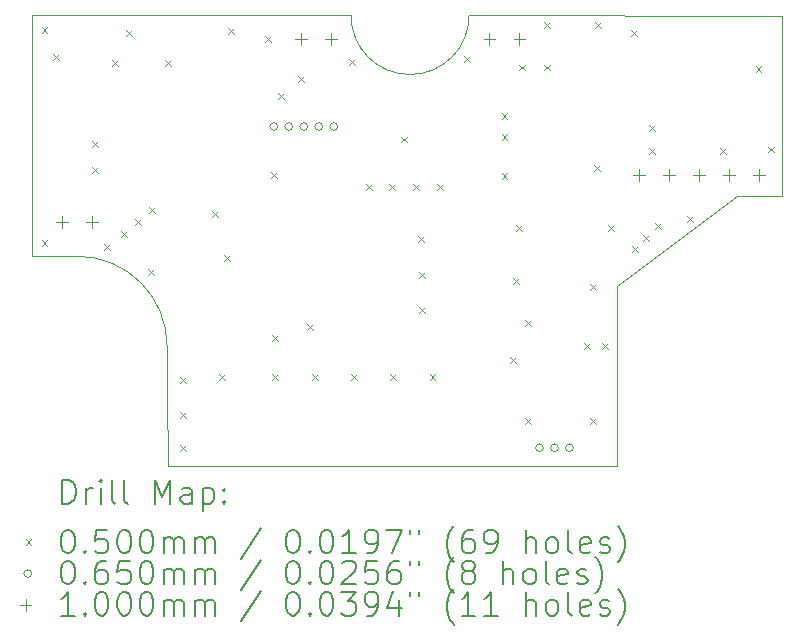
<source format=gbr>
%TF.GenerationSoftware,KiCad,Pcbnew,7.0.6*%
%TF.CreationDate,2023-08-15T03:17:18+01:00*%
%TF.ProjectId,GalaxyModPCB,47616c61-7879-44d6-9f64-5043422e6b69,rev?*%
%TF.SameCoordinates,Original*%
%TF.FileFunction,Drillmap*%
%TF.FilePolarity,Positive*%
%FSLAX45Y45*%
G04 Gerber Fmt 4.5, Leading zero omitted, Abs format (unit mm)*
G04 Created by KiCad (PCBNEW 7.0.6) date 2023-08-15 03:17:18*
%MOMM*%
%LPD*%
G01*
G04 APERTURE LIST*
%ADD10C,0.100000*%
%ADD11C,0.200000*%
%ADD12C,0.050000*%
%ADD13C,0.065000*%
G04 APERTURE END LIST*
D10*
X13700000Y-5100000D02*
G75*
G03*
X14700000Y-5100000I500000J0D01*
G01*
X14300000Y-8916000D02*
X15953000Y-8916000D01*
X14700000Y-5100000D02*
X17350000Y-5106000D01*
X11000000Y-5100000D02*
X11000000Y-7138000D01*
X12143000Y-7900000D02*
G75*
G03*
X11381000Y-7138000I-762000J0D01*
G01*
X12143000Y-8300000D02*
X12143000Y-7900000D01*
X12150000Y-8916000D02*
X14300000Y-8916000D01*
X16969000Y-6630000D02*
X15953000Y-7392000D01*
X12143000Y-8300000D02*
X12150000Y-8916000D01*
X15953000Y-7392000D02*
X15953000Y-8916000D01*
X13700000Y-5100000D02*
X11000000Y-5100000D01*
X17350000Y-6630000D02*
X16969000Y-6630000D01*
X17350000Y-5106000D02*
X17350000Y-6630000D01*
X11381000Y-7138000D02*
X11000000Y-7138000D01*
D11*
D12*
X11080000Y-5195000D02*
X11130000Y-5245000D01*
X11130000Y-5195000D02*
X11080000Y-5245000D01*
X11080000Y-7000000D02*
X11130000Y-7050000D01*
X11130000Y-7000000D02*
X11080000Y-7050000D01*
X11175000Y-5425000D02*
X11225000Y-5475000D01*
X11225000Y-5425000D02*
X11175000Y-5475000D01*
X11505000Y-6385000D02*
X11555000Y-6435000D01*
X11555000Y-6385000D02*
X11505000Y-6435000D01*
X11510000Y-6160000D02*
X11560000Y-6210000D01*
X11560000Y-6160000D02*
X11510000Y-6210000D01*
X11610000Y-7035000D02*
X11660000Y-7085000D01*
X11660000Y-7035000D02*
X11610000Y-7085000D01*
X11675000Y-5475000D02*
X11725000Y-5525000D01*
X11725000Y-5475000D02*
X11675000Y-5525000D01*
X11755000Y-6925000D02*
X11805000Y-6975000D01*
X11805000Y-6925000D02*
X11755000Y-6975000D01*
X11795000Y-5225000D02*
X11845000Y-5275000D01*
X11845000Y-5225000D02*
X11795000Y-5275000D01*
X11875000Y-6825000D02*
X11925000Y-6875000D01*
X11925000Y-6825000D02*
X11875000Y-6875000D01*
X11980000Y-7250000D02*
X12030000Y-7300000D01*
X12030000Y-7250000D02*
X11980000Y-7300000D01*
X11990000Y-6725000D02*
X12040000Y-6775000D01*
X12040000Y-6725000D02*
X11990000Y-6775000D01*
X12125000Y-5475000D02*
X12175000Y-5525000D01*
X12175000Y-5475000D02*
X12125000Y-5525000D01*
X12255000Y-8165000D02*
X12305000Y-8215000D01*
X12305000Y-8165000D02*
X12255000Y-8215000D01*
X12255000Y-8455000D02*
X12305000Y-8505000D01*
X12305000Y-8455000D02*
X12255000Y-8505000D01*
X12255000Y-8735000D02*
X12305000Y-8785000D01*
X12305000Y-8735000D02*
X12255000Y-8785000D01*
X12525000Y-6755000D02*
X12575000Y-6805000D01*
X12575000Y-6755000D02*
X12525000Y-6805000D01*
X12585000Y-8135000D02*
X12635000Y-8185000D01*
X12635000Y-8135000D02*
X12585000Y-8185000D01*
X12625000Y-7125000D02*
X12675000Y-7175000D01*
X12675000Y-7125000D02*
X12625000Y-7175000D01*
X12657860Y-5207860D02*
X12707860Y-5257860D01*
X12707860Y-5207860D02*
X12657860Y-5257860D01*
X12975000Y-5275000D02*
X13025000Y-5325000D01*
X13025000Y-5275000D02*
X12975000Y-5325000D01*
X13025000Y-6425000D02*
X13075000Y-6475000D01*
X13075000Y-6425000D02*
X13025000Y-6475000D01*
X13035000Y-7805000D02*
X13085000Y-7855000D01*
X13085000Y-7805000D02*
X13035000Y-7855000D01*
X13035000Y-8135000D02*
X13085000Y-8185000D01*
X13085000Y-8135000D02*
X13035000Y-8185000D01*
X13085000Y-5755000D02*
X13135000Y-5805000D01*
X13135000Y-5755000D02*
X13085000Y-5805000D01*
X13255000Y-5615000D02*
X13305000Y-5665000D01*
X13305000Y-5615000D02*
X13255000Y-5665000D01*
X13325000Y-7715000D02*
X13375000Y-7765000D01*
X13375000Y-7715000D02*
X13325000Y-7765000D01*
X13367500Y-8135000D02*
X13417500Y-8185000D01*
X13417500Y-8135000D02*
X13367500Y-8185000D01*
X13680000Y-5465000D02*
X13730000Y-5515000D01*
X13730000Y-5465000D02*
X13680000Y-5515000D01*
X13700000Y-8135000D02*
X13750000Y-8185000D01*
X13750000Y-8135000D02*
X13700000Y-8185000D01*
X13825000Y-6525000D02*
X13875000Y-6575000D01*
X13875000Y-6525000D02*
X13825000Y-6575000D01*
X14025000Y-6525000D02*
X14075000Y-6575000D01*
X14075000Y-6525000D02*
X14025000Y-6575000D01*
X14032500Y-8135000D02*
X14082500Y-8185000D01*
X14082500Y-8135000D02*
X14032500Y-8185000D01*
X14125000Y-6125000D02*
X14175000Y-6175000D01*
X14175000Y-6125000D02*
X14125000Y-6175000D01*
X14225000Y-6525000D02*
X14275000Y-6575000D01*
X14275000Y-6525000D02*
X14225000Y-6575000D01*
X14270000Y-6965000D02*
X14320000Y-7015000D01*
X14320000Y-6965000D02*
X14270000Y-7015000D01*
X14275000Y-7275000D02*
X14325000Y-7325000D01*
X14325000Y-7275000D02*
X14275000Y-7325000D01*
X14275000Y-7565000D02*
X14325000Y-7615000D01*
X14325000Y-7565000D02*
X14275000Y-7615000D01*
X14365000Y-8135000D02*
X14415000Y-8185000D01*
X14415000Y-8135000D02*
X14365000Y-8185000D01*
X14425000Y-6525000D02*
X14475000Y-6575000D01*
X14475000Y-6525000D02*
X14425000Y-6575000D01*
X14660000Y-5445000D02*
X14710000Y-5495000D01*
X14710000Y-5445000D02*
X14660000Y-5495000D01*
X14975000Y-5925000D02*
X15025000Y-5975000D01*
X15025000Y-5925000D02*
X14975000Y-5975000D01*
X14975000Y-6105000D02*
X15025000Y-6155000D01*
X15025000Y-6105000D02*
X14975000Y-6155000D01*
X14975000Y-6435000D02*
X15025000Y-6485000D01*
X15025000Y-6435000D02*
X14975000Y-6485000D01*
X15045000Y-7995000D02*
X15095000Y-8045000D01*
X15095000Y-7995000D02*
X15045000Y-8045000D01*
X15075000Y-7325000D02*
X15125000Y-7375000D01*
X15125000Y-7325000D02*
X15075000Y-7375000D01*
X15095000Y-6875000D02*
X15145000Y-6925000D01*
X15145000Y-6875000D02*
X15095000Y-6925000D01*
X15125000Y-5515000D02*
X15175000Y-5565000D01*
X15175000Y-5515000D02*
X15125000Y-5565000D01*
X15175000Y-7675000D02*
X15225000Y-7725000D01*
X15225000Y-7675000D02*
X15175000Y-7725000D01*
X15175000Y-8505000D02*
X15225000Y-8555000D01*
X15225000Y-8505000D02*
X15175000Y-8555000D01*
X15335000Y-5155000D02*
X15385000Y-5205000D01*
X15385000Y-5155000D02*
X15335000Y-5205000D01*
X15335000Y-5515000D02*
X15385000Y-5565000D01*
X15385000Y-5515000D02*
X15335000Y-5565000D01*
X15675000Y-7875000D02*
X15725000Y-7925000D01*
X15725000Y-7875000D02*
X15675000Y-7925000D01*
X15725000Y-7375000D02*
X15775000Y-7425000D01*
X15775000Y-7375000D02*
X15725000Y-7425000D01*
X15725000Y-8505000D02*
X15775000Y-8555000D01*
X15775000Y-8505000D02*
X15725000Y-8555000D01*
X15755000Y-6365000D02*
X15805000Y-6415000D01*
X15805000Y-6365000D02*
X15755000Y-6415000D01*
X15765000Y-5155000D02*
X15815000Y-5205000D01*
X15815000Y-5155000D02*
X15765000Y-5205000D01*
X15825000Y-7875000D02*
X15875000Y-7925000D01*
X15875000Y-7875000D02*
X15825000Y-7925000D01*
X15875000Y-6875000D02*
X15925000Y-6925000D01*
X15925000Y-6875000D02*
X15875000Y-6925000D01*
X16075000Y-5225000D02*
X16125000Y-5275000D01*
X16125000Y-5225000D02*
X16075000Y-5275000D01*
X16079356Y-7054923D02*
X16129356Y-7104923D01*
X16129356Y-7054923D02*
X16079356Y-7104923D01*
X16175000Y-6955617D02*
X16225000Y-7005617D01*
X16225000Y-6955617D02*
X16175000Y-7005617D01*
X16225000Y-6025000D02*
X16275000Y-6075000D01*
X16275000Y-6025000D02*
X16225000Y-6075000D01*
X16225000Y-6225000D02*
X16275000Y-6275000D01*
X16275000Y-6225000D02*
X16225000Y-6275000D01*
X16275000Y-6860750D02*
X16325000Y-6910750D01*
X16325000Y-6860750D02*
X16275000Y-6910750D01*
X16545000Y-6795000D02*
X16595000Y-6845000D01*
X16595000Y-6795000D02*
X16545000Y-6845000D01*
X16825000Y-6225000D02*
X16875000Y-6275000D01*
X16875000Y-6225000D02*
X16825000Y-6275000D01*
X17125000Y-5525000D02*
X17175000Y-5575000D01*
X17175000Y-5525000D02*
X17125000Y-5575000D01*
X17230000Y-6210000D02*
X17280000Y-6260000D01*
X17280000Y-6210000D02*
X17230000Y-6260000D01*
D13*
X13078500Y-6040000D02*
G75*
G03*
X13078500Y-6040000I-32500J0D01*
G01*
X13205500Y-6040000D02*
G75*
G03*
X13205500Y-6040000I-32500J0D01*
G01*
X13332500Y-6040000D02*
G75*
G03*
X13332500Y-6040000I-32500J0D01*
G01*
X13459500Y-6040000D02*
G75*
G03*
X13459500Y-6040000I-32500J0D01*
G01*
X13586500Y-6040000D02*
G75*
G03*
X13586500Y-6040000I-32500J0D01*
G01*
X15328500Y-8760000D02*
G75*
G03*
X15328500Y-8760000I-32500J0D01*
G01*
X15455500Y-8760000D02*
G75*
G03*
X15455500Y-8760000I-32500J0D01*
G01*
X15582500Y-8760000D02*
G75*
G03*
X15582500Y-8760000I-32500J0D01*
G01*
D10*
X11250000Y-6800000D02*
X11250000Y-6900000D01*
X11200000Y-6850000D02*
X11300000Y-6850000D01*
X11504000Y-6800000D02*
X11504000Y-6900000D01*
X11454000Y-6850000D02*
X11554000Y-6850000D01*
X13273500Y-5250000D02*
X13273500Y-5350000D01*
X13223500Y-5300000D02*
X13323500Y-5300000D01*
X13527500Y-5250000D02*
X13527500Y-5350000D01*
X13477500Y-5300000D02*
X13577500Y-5300000D01*
X14872500Y-5250000D02*
X14872500Y-5350000D01*
X14822500Y-5300000D02*
X14922500Y-5300000D01*
X15126500Y-5250000D02*
X15126500Y-5350000D01*
X15076500Y-5300000D02*
X15176500Y-5300000D01*
X16141500Y-6400000D02*
X16141500Y-6500000D01*
X16091500Y-6450000D02*
X16191500Y-6450000D01*
X16395500Y-6400000D02*
X16395500Y-6500000D01*
X16345500Y-6450000D02*
X16445500Y-6450000D01*
X16649500Y-6400000D02*
X16649500Y-6500000D01*
X16599500Y-6450000D02*
X16699500Y-6450000D01*
X16903500Y-6400000D02*
X16903500Y-6500000D01*
X16853500Y-6450000D02*
X16953500Y-6450000D01*
X17157500Y-6400000D02*
X17157500Y-6500000D01*
X17107500Y-6450000D02*
X17207500Y-6450000D01*
D11*
X11255777Y-9232484D02*
X11255777Y-9032484D01*
X11255777Y-9032484D02*
X11303396Y-9032484D01*
X11303396Y-9032484D02*
X11331967Y-9042008D01*
X11331967Y-9042008D02*
X11351015Y-9061055D01*
X11351015Y-9061055D02*
X11360539Y-9080103D01*
X11360539Y-9080103D02*
X11370062Y-9118198D01*
X11370062Y-9118198D02*
X11370062Y-9146770D01*
X11370062Y-9146770D02*
X11360539Y-9184865D01*
X11360539Y-9184865D02*
X11351015Y-9203912D01*
X11351015Y-9203912D02*
X11331967Y-9222960D01*
X11331967Y-9222960D02*
X11303396Y-9232484D01*
X11303396Y-9232484D02*
X11255777Y-9232484D01*
X11455777Y-9232484D02*
X11455777Y-9099150D01*
X11455777Y-9137246D02*
X11465301Y-9118198D01*
X11465301Y-9118198D02*
X11474824Y-9108674D01*
X11474824Y-9108674D02*
X11493872Y-9099150D01*
X11493872Y-9099150D02*
X11512920Y-9099150D01*
X11579586Y-9232484D02*
X11579586Y-9099150D01*
X11579586Y-9032484D02*
X11570062Y-9042008D01*
X11570062Y-9042008D02*
X11579586Y-9051531D01*
X11579586Y-9051531D02*
X11589110Y-9042008D01*
X11589110Y-9042008D02*
X11579586Y-9032484D01*
X11579586Y-9032484D02*
X11579586Y-9051531D01*
X11703396Y-9232484D02*
X11684348Y-9222960D01*
X11684348Y-9222960D02*
X11674824Y-9203912D01*
X11674824Y-9203912D02*
X11674824Y-9032484D01*
X11808158Y-9232484D02*
X11789110Y-9222960D01*
X11789110Y-9222960D02*
X11779586Y-9203912D01*
X11779586Y-9203912D02*
X11779586Y-9032484D01*
X12036729Y-9232484D02*
X12036729Y-9032484D01*
X12036729Y-9032484D02*
X12103396Y-9175341D01*
X12103396Y-9175341D02*
X12170062Y-9032484D01*
X12170062Y-9032484D02*
X12170062Y-9232484D01*
X12351015Y-9232484D02*
X12351015Y-9127722D01*
X12351015Y-9127722D02*
X12341491Y-9108674D01*
X12341491Y-9108674D02*
X12322443Y-9099150D01*
X12322443Y-9099150D02*
X12284348Y-9099150D01*
X12284348Y-9099150D02*
X12265301Y-9108674D01*
X12351015Y-9222960D02*
X12331967Y-9232484D01*
X12331967Y-9232484D02*
X12284348Y-9232484D01*
X12284348Y-9232484D02*
X12265301Y-9222960D01*
X12265301Y-9222960D02*
X12255777Y-9203912D01*
X12255777Y-9203912D02*
X12255777Y-9184865D01*
X12255777Y-9184865D02*
X12265301Y-9165817D01*
X12265301Y-9165817D02*
X12284348Y-9156293D01*
X12284348Y-9156293D02*
X12331967Y-9156293D01*
X12331967Y-9156293D02*
X12351015Y-9146770D01*
X12446253Y-9099150D02*
X12446253Y-9299150D01*
X12446253Y-9108674D02*
X12465301Y-9099150D01*
X12465301Y-9099150D02*
X12503396Y-9099150D01*
X12503396Y-9099150D02*
X12522443Y-9108674D01*
X12522443Y-9108674D02*
X12531967Y-9118198D01*
X12531967Y-9118198D02*
X12541491Y-9137246D01*
X12541491Y-9137246D02*
X12541491Y-9194389D01*
X12541491Y-9194389D02*
X12531967Y-9213436D01*
X12531967Y-9213436D02*
X12522443Y-9222960D01*
X12522443Y-9222960D02*
X12503396Y-9232484D01*
X12503396Y-9232484D02*
X12465301Y-9232484D01*
X12465301Y-9232484D02*
X12446253Y-9222960D01*
X12627205Y-9213436D02*
X12636729Y-9222960D01*
X12636729Y-9222960D02*
X12627205Y-9232484D01*
X12627205Y-9232484D02*
X12617682Y-9222960D01*
X12617682Y-9222960D02*
X12627205Y-9213436D01*
X12627205Y-9213436D02*
X12627205Y-9232484D01*
X12627205Y-9108674D02*
X12636729Y-9118198D01*
X12636729Y-9118198D02*
X12627205Y-9127722D01*
X12627205Y-9127722D02*
X12617682Y-9118198D01*
X12617682Y-9118198D02*
X12627205Y-9108674D01*
X12627205Y-9108674D02*
X12627205Y-9127722D01*
D12*
X10945000Y-9536000D02*
X10995000Y-9586000D01*
X10995000Y-9536000D02*
X10945000Y-9586000D01*
D11*
X11293872Y-9452484D02*
X11312920Y-9452484D01*
X11312920Y-9452484D02*
X11331967Y-9462008D01*
X11331967Y-9462008D02*
X11341491Y-9471531D01*
X11341491Y-9471531D02*
X11351015Y-9490579D01*
X11351015Y-9490579D02*
X11360539Y-9528674D01*
X11360539Y-9528674D02*
X11360539Y-9576293D01*
X11360539Y-9576293D02*
X11351015Y-9614389D01*
X11351015Y-9614389D02*
X11341491Y-9633436D01*
X11341491Y-9633436D02*
X11331967Y-9642960D01*
X11331967Y-9642960D02*
X11312920Y-9652484D01*
X11312920Y-9652484D02*
X11293872Y-9652484D01*
X11293872Y-9652484D02*
X11274824Y-9642960D01*
X11274824Y-9642960D02*
X11265301Y-9633436D01*
X11265301Y-9633436D02*
X11255777Y-9614389D01*
X11255777Y-9614389D02*
X11246253Y-9576293D01*
X11246253Y-9576293D02*
X11246253Y-9528674D01*
X11246253Y-9528674D02*
X11255777Y-9490579D01*
X11255777Y-9490579D02*
X11265301Y-9471531D01*
X11265301Y-9471531D02*
X11274824Y-9462008D01*
X11274824Y-9462008D02*
X11293872Y-9452484D01*
X11446253Y-9633436D02*
X11455777Y-9642960D01*
X11455777Y-9642960D02*
X11446253Y-9652484D01*
X11446253Y-9652484D02*
X11436729Y-9642960D01*
X11436729Y-9642960D02*
X11446253Y-9633436D01*
X11446253Y-9633436D02*
X11446253Y-9652484D01*
X11636729Y-9452484D02*
X11541491Y-9452484D01*
X11541491Y-9452484D02*
X11531967Y-9547722D01*
X11531967Y-9547722D02*
X11541491Y-9538198D01*
X11541491Y-9538198D02*
X11560539Y-9528674D01*
X11560539Y-9528674D02*
X11608158Y-9528674D01*
X11608158Y-9528674D02*
X11627205Y-9538198D01*
X11627205Y-9538198D02*
X11636729Y-9547722D01*
X11636729Y-9547722D02*
X11646253Y-9566770D01*
X11646253Y-9566770D02*
X11646253Y-9614389D01*
X11646253Y-9614389D02*
X11636729Y-9633436D01*
X11636729Y-9633436D02*
X11627205Y-9642960D01*
X11627205Y-9642960D02*
X11608158Y-9652484D01*
X11608158Y-9652484D02*
X11560539Y-9652484D01*
X11560539Y-9652484D02*
X11541491Y-9642960D01*
X11541491Y-9642960D02*
X11531967Y-9633436D01*
X11770062Y-9452484D02*
X11789110Y-9452484D01*
X11789110Y-9452484D02*
X11808158Y-9462008D01*
X11808158Y-9462008D02*
X11817682Y-9471531D01*
X11817682Y-9471531D02*
X11827205Y-9490579D01*
X11827205Y-9490579D02*
X11836729Y-9528674D01*
X11836729Y-9528674D02*
X11836729Y-9576293D01*
X11836729Y-9576293D02*
X11827205Y-9614389D01*
X11827205Y-9614389D02*
X11817682Y-9633436D01*
X11817682Y-9633436D02*
X11808158Y-9642960D01*
X11808158Y-9642960D02*
X11789110Y-9652484D01*
X11789110Y-9652484D02*
X11770062Y-9652484D01*
X11770062Y-9652484D02*
X11751015Y-9642960D01*
X11751015Y-9642960D02*
X11741491Y-9633436D01*
X11741491Y-9633436D02*
X11731967Y-9614389D01*
X11731967Y-9614389D02*
X11722443Y-9576293D01*
X11722443Y-9576293D02*
X11722443Y-9528674D01*
X11722443Y-9528674D02*
X11731967Y-9490579D01*
X11731967Y-9490579D02*
X11741491Y-9471531D01*
X11741491Y-9471531D02*
X11751015Y-9462008D01*
X11751015Y-9462008D02*
X11770062Y-9452484D01*
X11960539Y-9452484D02*
X11979586Y-9452484D01*
X11979586Y-9452484D02*
X11998634Y-9462008D01*
X11998634Y-9462008D02*
X12008158Y-9471531D01*
X12008158Y-9471531D02*
X12017682Y-9490579D01*
X12017682Y-9490579D02*
X12027205Y-9528674D01*
X12027205Y-9528674D02*
X12027205Y-9576293D01*
X12027205Y-9576293D02*
X12017682Y-9614389D01*
X12017682Y-9614389D02*
X12008158Y-9633436D01*
X12008158Y-9633436D02*
X11998634Y-9642960D01*
X11998634Y-9642960D02*
X11979586Y-9652484D01*
X11979586Y-9652484D02*
X11960539Y-9652484D01*
X11960539Y-9652484D02*
X11941491Y-9642960D01*
X11941491Y-9642960D02*
X11931967Y-9633436D01*
X11931967Y-9633436D02*
X11922443Y-9614389D01*
X11922443Y-9614389D02*
X11912920Y-9576293D01*
X11912920Y-9576293D02*
X11912920Y-9528674D01*
X11912920Y-9528674D02*
X11922443Y-9490579D01*
X11922443Y-9490579D02*
X11931967Y-9471531D01*
X11931967Y-9471531D02*
X11941491Y-9462008D01*
X11941491Y-9462008D02*
X11960539Y-9452484D01*
X12112920Y-9652484D02*
X12112920Y-9519150D01*
X12112920Y-9538198D02*
X12122443Y-9528674D01*
X12122443Y-9528674D02*
X12141491Y-9519150D01*
X12141491Y-9519150D02*
X12170063Y-9519150D01*
X12170063Y-9519150D02*
X12189110Y-9528674D01*
X12189110Y-9528674D02*
X12198634Y-9547722D01*
X12198634Y-9547722D02*
X12198634Y-9652484D01*
X12198634Y-9547722D02*
X12208158Y-9528674D01*
X12208158Y-9528674D02*
X12227205Y-9519150D01*
X12227205Y-9519150D02*
X12255777Y-9519150D01*
X12255777Y-9519150D02*
X12274824Y-9528674D01*
X12274824Y-9528674D02*
X12284348Y-9547722D01*
X12284348Y-9547722D02*
X12284348Y-9652484D01*
X12379586Y-9652484D02*
X12379586Y-9519150D01*
X12379586Y-9538198D02*
X12389110Y-9528674D01*
X12389110Y-9528674D02*
X12408158Y-9519150D01*
X12408158Y-9519150D02*
X12436729Y-9519150D01*
X12436729Y-9519150D02*
X12455777Y-9528674D01*
X12455777Y-9528674D02*
X12465301Y-9547722D01*
X12465301Y-9547722D02*
X12465301Y-9652484D01*
X12465301Y-9547722D02*
X12474824Y-9528674D01*
X12474824Y-9528674D02*
X12493872Y-9519150D01*
X12493872Y-9519150D02*
X12522443Y-9519150D01*
X12522443Y-9519150D02*
X12541491Y-9528674D01*
X12541491Y-9528674D02*
X12551015Y-9547722D01*
X12551015Y-9547722D02*
X12551015Y-9652484D01*
X12941491Y-9442960D02*
X12770063Y-9700103D01*
X13198634Y-9452484D02*
X13217682Y-9452484D01*
X13217682Y-9452484D02*
X13236729Y-9462008D01*
X13236729Y-9462008D02*
X13246253Y-9471531D01*
X13246253Y-9471531D02*
X13255777Y-9490579D01*
X13255777Y-9490579D02*
X13265301Y-9528674D01*
X13265301Y-9528674D02*
X13265301Y-9576293D01*
X13265301Y-9576293D02*
X13255777Y-9614389D01*
X13255777Y-9614389D02*
X13246253Y-9633436D01*
X13246253Y-9633436D02*
X13236729Y-9642960D01*
X13236729Y-9642960D02*
X13217682Y-9652484D01*
X13217682Y-9652484D02*
X13198634Y-9652484D01*
X13198634Y-9652484D02*
X13179586Y-9642960D01*
X13179586Y-9642960D02*
X13170063Y-9633436D01*
X13170063Y-9633436D02*
X13160539Y-9614389D01*
X13160539Y-9614389D02*
X13151015Y-9576293D01*
X13151015Y-9576293D02*
X13151015Y-9528674D01*
X13151015Y-9528674D02*
X13160539Y-9490579D01*
X13160539Y-9490579D02*
X13170063Y-9471531D01*
X13170063Y-9471531D02*
X13179586Y-9462008D01*
X13179586Y-9462008D02*
X13198634Y-9452484D01*
X13351015Y-9633436D02*
X13360539Y-9642960D01*
X13360539Y-9642960D02*
X13351015Y-9652484D01*
X13351015Y-9652484D02*
X13341491Y-9642960D01*
X13341491Y-9642960D02*
X13351015Y-9633436D01*
X13351015Y-9633436D02*
X13351015Y-9652484D01*
X13484348Y-9452484D02*
X13503396Y-9452484D01*
X13503396Y-9452484D02*
X13522444Y-9462008D01*
X13522444Y-9462008D02*
X13531967Y-9471531D01*
X13531967Y-9471531D02*
X13541491Y-9490579D01*
X13541491Y-9490579D02*
X13551015Y-9528674D01*
X13551015Y-9528674D02*
X13551015Y-9576293D01*
X13551015Y-9576293D02*
X13541491Y-9614389D01*
X13541491Y-9614389D02*
X13531967Y-9633436D01*
X13531967Y-9633436D02*
X13522444Y-9642960D01*
X13522444Y-9642960D02*
X13503396Y-9652484D01*
X13503396Y-9652484D02*
X13484348Y-9652484D01*
X13484348Y-9652484D02*
X13465301Y-9642960D01*
X13465301Y-9642960D02*
X13455777Y-9633436D01*
X13455777Y-9633436D02*
X13446253Y-9614389D01*
X13446253Y-9614389D02*
X13436729Y-9576293D01*
X13436729Y-9576293D02*
X13436729Y-9528674D01*
X13436729Y-9528674D02*
X13446253Y-9490579D01*
X13446253Y-9490579D02*
X13455777Y-9471531D01*
X13455777Y-9471531D02*
X13465301Y-9462008D01*
X13465301Y-9462008D02*
X13484348Y-9452484D01*
X13741491Y-9652484D02*
X13627206Y-9652484D01*
X13684348Y-9652484D02*
X13684348Y-9452484D01*
X13684348Y-9452484D02*
X13665301Y-9481055D01*
X13665301Y-9481055D02*
X13646253Y-9500103D01*
X13646253Y-9500103D02*
X13627206Y-9509627D01*
X13836729Y-9652484D02*
X13874825Y-9652484D01*
X13874825Y-9652484D02*
X13893872Y-9642960D01*
X13893872Y-9642960D02*
X13903396Y-9633436D01*
X13903396Y-9633436D02*
X13922444Y-9604865D01*
X13922444Y-9604865D02*
X13931967Y-9566770D01*
X13931967Y-9566770D02*
X13931967Y-9490579D01*
X13931967Y-9490579D02*
X13922444Y-9471531D01*
X13922444Y-9471531D02*
X13912920Y-9462008D01*
X13912920Y-9462008D02*
X13893872Y-9452484D01*
X13893872Y-9452484D02*
X13855777Y-9452484D01*
X13855777Y-9452484D02*
X13836729Y-9462008D01*
X13836729Y-9462008D02*
X13827206Y-9471531D01*
X13827206Y-9471531D02*
X13817682Y-9490579D01*
X13817682Y-9490579D02*
X13817682Y-9538198D01*
X13817682Y-9538198D02*
X13827206Y-9557246D01*
X13827206Y-9557246D02*
X13836729Y-9566770D01*
X13836729Y-9566770D02*
X13855777Y-9576293D01*
X13855777Y-9576293D02*
X13893872Y-9576293D01*
X13893872Y-9576293D02*
X13912920Y-9566770D01*
X13912920Y-9566770D02*
X13922444Y-9557246D01*
X13922444Y-9557246D02*
X13931967Y-9538198D01*
X13998634Y-9452484D02*
X14131967Y-9452484D01*
X14131967Y-9452484D02*
X14046253Y-9652484D01*
X14198634Y-9452484D02*
X14198634Y-9490579D01*
X14274825Y-9452484D02*
X14274825Y-9490579D01*
X14570063Y-9728674D02*
X14560539Y-9719150D01*
X14560539Y-9719150D02*
X14541491Y-9690579D01*
X14541491Y-9690579D02*
X14531968Y-9671531D01*
X14531968Y-9671531D02*
X14522444Y-9642960D01*
X14522444Y-9642960D02*
X14512920Y-9595341D01*
X14512920Y-9595341D02*
X14512920Y-9557246D01*
X14512920Y-9557246D02*
X14522444Y-9509627D01*
X14522444Y-9509627D02*
X14531968Y-9481055D01*
X14531968Y-9481055D02*
X14541491Y-9462008D01*
X14541491Y-9462008D02*
X14560539Y-9433436D01*
X14560539Y-9433436D02*
X14570063Y-9423912D01*
X14731968Y-9452484D02*
X14693872Y-9452484D01*
X14693872Y-9452484D02*
X14674825Y-9462008D01*
X14674825Y-9462008D02*
X14665301Y-9471531D01*
X14665301Y-9471531D02*
X14646253Y-9500103D01*
X14646253Y-9500103D02*
X14636729Y-9538198D01*
X14636729Y-9538198D02*
X14636729Y-9614389D01*
X14636729Y-9614389D02*
X14646253Y-9633436D01*
X14646253Y-9633436D02*
X14655777Y-9642960D01*
X14655777Y-9642960D02*
X14674825Y-9652484D01*
X14674825Y-9652484D02*
X14712920Y-9652484D01*
X14712920Y-9652484D02*
X14731968Y-9642960D01*
X14731968Y-9642960D02*
X14741491Y-9633436D01*
X14741491Y-9633436D02*
X14751015Y-9614389D01*
X14751015Y-9614389D02*
X14751015Y-9566770D01*
X14751015Y-9566770D02*
X14741491Y-9547722D01*
X14741491Y-9547722D02*
X14731968Y-9538198D01*
X14731968Y-9538198D02*
X14712920Y-9528674D01*
X14712920Y-9528674D02*
X14674825Y-9528674D01*
X14674825Y-9528674D02*
X14655777Y-9538198D01*
X14655777Y-9538198D02*
X14646253Y-9547722D01*
X14646253Y-9547722D02*
X14636729Y-9566770D01*
X14846253Y-9652484D02*
X14884348Y-9652484D01*
X14884348Y-9652484D02*
X14903396Y-9642960D01*
X14903396Y-9642960D02*
X14912920Y-9633436D01*
X14912920Y-9633436D02*
X14931968Y-9604865D01*
X14931968Y-9604865D02*
X14941491Y-9566770D01*
X14941491Y-9566770D02*
X14941491Y-9490579D01*
X14941491Y-9490579D02*
X14931968Y-9471531D01*
X14931968Y-9471531D02*
X14922444Y-9462008D01*
X14922444Y-9462008D02*
X14903396Y-9452484D01*
X14903396Y-9452484D02*
X14865301Y-9452484D01*
X14865301Y-9452484D02*
X14846253Y-9462008D01*
X14846253Y-9462008D02*
X14836729Y-9471531D01*
X14836729Y-9471531D02*
X14827206Y-9490579D01*
X14827206Y-9490579D02*
X14827206Y-9538198D01*
X14827206Y-9538198D02*
X14836729Y-9557246D01*
X14836729Y-9557246D02*
X14846253Y-9566770D01*
X14846253Y-9566770D02*
X14865301Y-9576293D01*
X14865301Y-9576293D02*
X14903396Y-9576293D01*
X14903396Y-9576293D02*
X14922444Y-9566770D01*
X14922444Y-9566770D02*
X14931968Y-9557246D01*
X14931968Y-9557246D02*
X14941491Y-9538198D01*
X15179587Y-9652484D02*
X15179587Y-9452484D01*
X15265301Y-9652484D02*
X15265301Y-9547722D01*
X15265301Y-9547722D02*
X15255777Y-9528674D01*
X15255777Y-9528674D02*
X15236730Y-9519150D01*
X15236730Y-9519150D02*
X15208158Y-9519150D01*
X15208158Y-9519150D02*
X15189110Y-9528674D01*
X15189110Y-9528674D02*
X15179587Y-9538198D01*
X15389110Y-9652484D02*
X15370063Y-9642960D01*
X15370063Y-9642960D02*
X15360539Y-9633436D01*
X15360539Y-9633436D02*
X15351015Y-9614389D01*
X15351015Y-9614389D02*
X15351015Y-9557246D01*
X15351015Y-9557246D02*
X15360539Y-9538198D01*
X15360539Y-9538198D02*
X15370063Y-9528674D01*
X15370063Y-9528674D02*
X15389110Y-9519150D01*
X15389110Y-9519150D02*
X15417682Y-9519150D01*
X15417682Y-9519150D02*
X15436730Y-9528674D01*
X15436730Y-9528674D02*
X15446253Y-9538198D01*
X15446253Y-9538198D02*
X15455777Y-9557246D01*
X15455777Y-9557246D02*
X15455777Y-9614389D01*
X15455777Y-9614389D02*
X15446253Y-9633436D01*
X15446253Y-9633436D02*
X15436730Y-9642960D01*
X15436730Y-9642960D02*
X15417682Y-9652484D01*
X15417682Y-9652484D02*
X15389110Y-9652484D01*
X15570063Y-9652484D02*
X15551015Y-9642960D01*
X15551015Y-9642960D02*
X15541491Y-9623912D01*
X15541491Y-9623912D02*
X15541491Y-9452484D01*
X15722444Y-9642960D02*
X15703396Y-9652484D01*
X15703396Y-9652484D02*
X15665301Y-9652484D01*
X15665301Y-9652484D02*
X15646253Y-9642960D01*
X15646253Y-9642960D02*
X15636730Y-9623912D01*
X15636730Y-9623912D02*
X15636730Y-9547722D01*
X15636730Y-9547722D02*
X15646253Y-9528674D01*
X15646253Y-9528674D02*
X15665301Y-9519150D01*
X15665301Y-9519150D02*
X15703396Y-9519150D01*
X15703396Y-9519150D02*
X15722444Y-9528674D01*
X15722444Y-9528674D02*
X15731968Y-9547722D01*
X15731968Y-9547722D02*
X15731968Y-9566770D01*
X15731968Y-9566770D02*
X15636730Y-9585817D01*
X15808158Y-9642960D02*
X15827206Y-9652484D01*
X15827206Y-9652484D02*
X15865301Y-9652484D01*
X15865301Y-9652484D02*
X15884349Y-9642960D01*
X15884349Y-9642960D02*
X15893872Y-9623912D01*
X15893872Y-9623912D02*
X15893872Y-9614389D01*
X15893872Y-9614389D02*
X15884349Y-9595341D01*
X15884349Y-9595341D02*
X15865301Y-9585817D01*
X15865301Y-9585817D02*
X15836730Y-9585817D01*
X15836730Y-9585817D02*
X15817682Y-9576293D01*
X15817682Y-9576293D02*
X15808158Y-9557246D01*
X15808158Y-9557246D02*
X15808158Y-9547722D01*
X15808158Y-9547722D02*
X15817682Y-9528674D01*
X15817682Y-9528674D02*
X15836730Y-9519150D01*
X15836730Y-9519150D02*
X15865301Y-9519150D01*
X15865301Y-9519150D02*
X15884349Y-9528674D01*
X15960539Y-9728674D02*
X15970063Y-9719150D01*
X15970063Y-9719150D02*
X15989111Y-9690579D01*
X15989111Y-9690579D02*
X15998634Y-9671531D01*
X15998634Y-9671531D02*
X16008158Y-9642960D01*
X16008158Y-9642960D02*
X16017682Y-9595341D01*
X16017682Y-9595341D02*
X16017682Y-9557246D01*
X16017682Y-9557246D02*
X16008158Y-9509627D01*
X16008158Y-9509627D02*
X15998634Y-9481055D01*
X15998634Y-9481055D02*
X15989111Y-9462008D01*
X15989111Y-9462008D02*
X15970063Y-9433436D01*
X15970063Y-9433436D02*
X15960539Y-9423912D01*
D13*
X10995000Y-9825000D02*
G75*
G03*
X10995000Y-9825000I-32500J0D01*
G01*
D11*
X11293872Y-9716484D02*
X11312920Y-9716484D01*
X11312920Y-9716484D02*
X11331967Y-9726008D01*
X11331967Y-9726008D02*
X11341491Y-9735531D01*
X11341491Y-9735531D02*
X11351015Y-9754579D01*
X11351015Y-9754579D02*
X11360539Y-9792674D01*
X11360539Y-9792674D02*
X11360539Y-9840293D01*
X11360539Y-9840293D02*
X11351015Y-9878389D01*
X11351015Y-9878389D02*
X11341491Y-9897436D01*
X11341491Y-9897436D02*
X11331967Y-9906960D01*
X11331967Y-9906960D02*
X11312920Y-9916484D01*
X11312920Y-9916484D02*
X11293872Y-9916484D01*
X11293872Y-9916484D02*
X11274824Y-9906960D01*
X11274824Y-9906960D02*
X11265301Y-9897436D01*
X11265301Y-9897436D02*
X11255777Y-9878389D01*
X11255777Y-9878389D02*
X11246253Y-9840293D01*
X11246253Y-9840293D02*
X11246253Y-9792674D01*
X11246253Y-9792674D02*
X11255777Y-9754579D01*
X11255777Y-9754579D02*
X11265301Y-9735531D01*
X11265301Y-9735531D02*
X11274824Y-9726008D01*
X11274824Y-9726008D02*
X11293872Y-9716484D01*
X11446253Y-9897436D02*
X11455777Y-9906960D01*
X11455777Y-9906960D02*
X11446253Y-9916484D01*
X11446253Y-9916484D02*
X11436729Y-9906960D01*
X11436729Y-9906960D02*
X11446253Y-9897436D01*
X11446253Y-9897436D02*
X11446253Y-9916484D01*
X11627205Y-9716484D02*
X11589110Y-9716484D01*
X11589110Y-9716484D02*
X11570062Y-9726008D01*
X11570062Y-9726008D02*
X11560539Y-9735531D01*
X11560539Y-9735531D02*
X11541491Y-9764103D01*
X11541491Y-9764103D02*
X11531967Y-9802198D01*
X11531967Y-9802198D02*
X11531967Y-9878389D01*
X11531967Y-9878389D02*
X11541491Y-9897436D01*
X11541491Y-9897436D02*
X11551015Y-9906960D01*
X11551015Y-9906960D02*
X11570062Y-9916484D01*
X11570062Y-9916484D02*
X11608158Y-9916484D01*
X11608158Y-9916484D02*
X11627205Y-9906960D01*
X11627205Y-9906960D02*
X11636729Y-9897436D01*
X11636729Y-9897436D02*
X11646253Y-9878389D01*
X11646253Y-9878389D02*
X11646253Y-9830770D01*
X11646253Y-9830770D02*
X11636729Y-9811722D01*
X11636729Y-9811722D02*
X11627205Y-9802198D01*
X11627205Y-9802198D02*
X11608158Y-9792674D01*
X11608158Y-9792674D02*
X11570062Y-9792674D01*
X11570062Y-9792674D02*
X11551015Y-9802198D01*
X11551015Y-9802198D02*
X11541491Y-9811722D01*
X11541491Y-9811722D02*
X11531967Y-9830770D01*
X11827205Y-9716484D02*
X11731967Y-9716484D01*
X11731967Y-9716484D02*
X11722443Y-9811722D01*
X11722443Y-9811722D02*
X11731967Y-9802198D01*
X11731967Y-9802198D02*
X11751015Y-9792674D01*
X11751015Y-9792674D02*
X11798634Y-9792674D01*
X11798634Y-9792674D02*
X11817682Y-9802198D01*
X11817682Y-9802198D02*
X11827205Y-9811722D01*
X11827205Y-9811722D02*
X11836729Y-9830770D01*
X11836729Y-9830770D02*
X11836729Y-9878389D01*
X11836729Y-9878389D02*
X11827205Y-9897436D01*
X11827205Y-9897436D02*
X11817682Y-9906960D01*
X11817682Y-9906960D02*
X11798634Y-9916484D01*
X11798634Y-9916484D02*
X11751015Y-9916484D01*
X11751015Y-9916484D02*
X11731967Y-9906960D01*
X11731967Y-9906960D02*
X11722443Y-9897436D01*
X11960539Y-9716484D02*
X11979586Y-9716484D01*
X11979586Y-9716484D02*
X11998634Y-9726008D01*
X11998634Y-9726008D02*
X12008158Y-9735531D01*
X12008158Y-9735531D02*
X12017682Y-9754579D01*
X12017682Y-9754579D02*
X12027205Y-9792674D01*
X12027205Y-9792674D02*
X12027205Y-9840293D01*
X12027205Y-9840293D02*
X12017682Y-9878389D01*
X12017682Y-9878389D02*
X12008158Y-9897436D01*
X12008158Y-9897436D02*
X11998634Y-9906960D01*
X11998634Y-9906960D02*
X11979586Y-9916484D01*
X11979586Y-9916484D02*
X11960539Y-9916484D01*
X11960539Y-9916484D02*
X11941491Y-9906960D01*
X11941491Y-9906960D02*
X11931967Y-9897436D01*
X11931967Y-9897436D02*
X11922443Y-9878389D01*
X11922443Y-9878389D02*
X11912920Y-9840293D01*
X11912920Y-9840293D02*
X11912920Y-9792674D01*
X11912920Y-9792674D02*
X11922443Y-9754579D01*
X11922443Y-9754579D02*
X11931967Y-9735531D01*
X11931967Y-9735531D02*
X11941491Y-9726008D01*
X11941491Y-9726008D02*
X11960539Y-9716484D01*
X12112920Y-9916484D02*
X12112920Y-9783150D01*
X12112920Y-9802198D02*
X12122443Y-9792674D01*
X12122443Y-9792674D02*
X12141491Y-9783150D01*
X12141491Y-9783150D02*
X12170063Y-9783150D01*
X12170063Y-9783150D02*
X12189110Y-9792674D01*
X12189110Y-9792674D02*
X12198634Y-9811722D01*
X12198634Y-9811722D02*
X12198634Y-9916484D01*
X12198634Y-9811722D02*
X12208158Y-9792674D01*
X12208158Y-9792674D02*
X12227205Y-9783150D01*
X12227205Y-9783150D02*
X12255777Y-9783150D01*
X12255777Y-9783150D02*
X12274824Y-9792674D01*
X12274824Y-9792674D02*
X12284348Y-9811722D01*
X12284348Y-9811722D02*
X12284348Y-9916484D01*
X12379586Y-9916484D02*
X12379586Y-9783150D01*
X12379586Y-9802198D02*
X12389110Y-9792674D01*
X12389110Y-9792674D02*
X12408158Y-9783150D01*
X12408158Y-9783150D02*
X12436729Y-9783150D01*
X12436729Y-9783150D02*
X12455777Y-9792674D01*
X12455777Y-9792674D02*
X12465301Y-9811722D01*
X12465301Y-9811722D02*
X12465301Y-9916484D01*
X12465301Y-9811722D02*
X12474824Y-9792674D01*
X12474824Y-9792674D02*
X12493872Y-9783150D01*
X12493872Y-9783150D02*
X12522443Y-9783150D01*
X12522443Y-9783150D02*
X12541491Y-9792674D01*
X12541491Y-9792674D02*
X12551015Y-9811722D01*
X12551015Y-9811722D02*
X12551015Y-9916484D01*
X12941491Y-9706960D02*
X12770063Y-9964103D01*
X13198634Y-9716484D02*
X13217682Y-9716484D01*
X13217682Y-9716484D02*
X13236729Y-9726008D01*
X13236729Y-9726008D02*
X13246253Y-9735531D01*
X13246253Y-9735531D02*
X13255777Y-9754579D01*
X13255777Y-9754579D02*
X13265301Y-9792674D01*
X13265301Y-9792674D02*
X13265301Y-9840293D01*
X13265301Y-9840293D02*
X13255777Y-9878389D01*
X13255777Y-9878389D02*
X13246253Y-9897436D01*
X13246253Y-9897436D02*
X13236729Y-9906960D01*
X13236729Y-9906960D02*
X13217682Y-9916484D01*
X13217682Y-9916484D02*
X13198634Y-9916484D01*
X13198634Y-9916484D02*
X13179586Y-9906960D01*
X13179586Y-9906960D02*
X13170063Y-9897436D01*
X13170063Y-9897436D02*
X13160539Y-9878389D01*
X13160539Y-9878389D02*
X13151015Y-9840293D01*
X13151015Y-9840293D02*
X13151015Y-9792674D01*
X13151015Y-9792674D02*
X13160539Y-9754579D01*
X13160539Y-9754579D02*
X13170063Y-9735531D01*
X13170063Y-9735531D02*
X13179586Y-9726008D01*
X13179586Y-9726008D02*
X13198634Y-9716484D01*
X13351015Y-9897436D02*
X13360539Y-9906960D01*
X13360539Y-9906960D02*
X13351015Y-9916484D01*
X13351015Y-9916484D02*
X13341491Y-9906960D01*
X13341491Y-9906960D02*
X13351015Y-9897436D01*
X13351015Y-9897436D02*
X13351015Y-9916484D01*
X13484348Y-9716484D02*
X13503396Y-9716484D01*
X13503396Y-9716484D02*
X13522444Y-9726008D01*
X13522444Y-9726008D02*
X13531967Y-9735531D01*
X13531967Y-9735531D02*
X13541491Y-9754579D01*
X13541491Y-9754579D02*
X13551015Y-9792674D01*
X13551015Y-9792674D02*
X13551015Y-9840293D01*
X13551015Y-9840293D02*
X13541491Y-9878389D01*
X13541491Y-9878389D02*
X13531967Y-9897436D01*
X13531967Y-9897436D02*
X13522444Y-9906960D01*
X13522444Y-9906960D02*
X13503396Y-9916484D01*
X13503396Y-9916484D02*
X13484348Y-9916484D01*
X13484348Y-9916484D02*
X13465301Y-9906960D01*
X13465301Y-9906960D02*
X13455777Y-9897436D01*
X13455777Y-9897436D02*
X13446253Y-9878389D01*
X13446253Y-9878389D02*
X13436729Y-9840293D01*
X13436729Y-9840293D02*
X13436729Y-9792674D01*
X13436729Y-9792674D02*
X13446253Y-9754579D01*
X13446253Y-9754579D02*
X13455777Y-9735531D01*
X13455777Y-9735531D02*
X13465301Y-9726008D01*
X13465301Y-9726008D02*
X13484348Y-9716484D01*
X13627206Y-9735531D02*
X13636729Y-9726008D01*
X13636729Y-9726008D02*
X13655777Y-9716484D01*
X13655777Y-9716484D02*
X13703396Y-9716484D01*
X13703396Y-9716484D02*
X13722444Y-9726008D01*
X13722444Y-9726008D02*
X13731967Y-9735531D01*
X13731967Y-9735531D02*
X13741491Y-9754579D01*
X13741491Y-9754579D02*
X13741491Y-9773627D01*
X13741491Y-9773627D02*
X13731967Y-9802198D01*
X13731967Y-9802198D02*
X13617682Y-9916484D01*
X13617682Y-9916484D02*
X13741491Y-9916484D01*
X13922444Y-9716484D02*
X13827206Y-9716484D01*
X13827206Y-9716484D02*
X13817682Y-9811722D01*
X13817682Y-9811722D02*
X13827206Y-9802198D01*
X13827206Y-9802198D02*
X13846253Y-9792674D01*
X13846253Y-9792674D02*
X13893872Y-9792674D01*
X13893872Y-9792674D02*
X13912920Y-9802198D01*
X13912920Y-9802198D02*
X13922444Y-9811722D01*
X13922444Y-9811722D02*
X13931967Y-9830770D01*
X13931967Y-9830770D02*
X13931967Y-9878389D01*
X13931967Y-9878389D02*
X13922444Y-9897436D01*
X13922444Y-9897436D02*
X13912920Y-9906960D01*
X13912920Y-9906960D02*
X13893872Y-9916484D01*
X13893872Y-9916484D02*
X13846253Y-9916484D01*
X13846253Y-9916484D02*
X13827206Y-9906960D01*
X13827206Y-9906960D02*
X13817682Y-9897436D01*
X14103396Y-9716484D02*
X14065301Y-9716484D01*
X14065301Y-9716484D02*
X14046253Y-9726008D01*
X14046253Y-9726008D02*
X14036729Y-9735531D01*
X14036729Y-9735531D02*
X14017682Y-9764103D01*
X14017682Y-9764103D02*
X14008158Y-9802198D01*
X14008158Y-9802198D02*
X14008158Y-9878389D01*
X14008158Y-9878389D02*
X14017682Y-9897436D01*
X14017682Y-9897436D02*
X14027206Y-9906960D01*
X14027206Y-9906960D02*
X14046253Y-9916484D01*
X14046253Y-9916484D02*
X14084348Y-9916484D01*
X14084348Y-9916484D02*
X14103396Y-9906960D01*
X14103396Y-9906960D02*
X14112920Y-9897436D01*
X14112920Y-9897436D02*
X14122444Y-9878389D01*
X14122444Y-9878389D02*
X14122444Y-9830770D01*
X14122444Y-9830770D02*
X14112920Y-9811722D01*
X14112920Y-9811722D02*
X14103396Y-9802198D01*
X14103396Y-9802198D02*
X14084348Y-9792674D01*
X14084348Y-9792674D02*
X14046253Y-9792674D01*
X14046253Y-9792674D02*
X14027206Y-9802198D01*
X14027206Y-9802198D02*
X14017682Y-9811722D01*
X14017682Y-9811722D02*
X14008158Y-9830770D01*
X14198634Y-9716484D02*
X14198634Y-9754579D01*
X14274825Y-9716484D02*
X14274825Y-9754579D01*
X14570063Y-9992674D02*
X14560539Y-9983150D01*
X14560539Y-9983150D02*
X14541491Y-9954579D01*
X14541491Y-9954579D02*
X14531968Y-9935531D01*
X14531968Y-9935531D02*
X14522444Y-9906960D01*
X14522444Y-9906960D02*
X14512920Y-9859341D01*
X14512920Y-9859341D02*
X14512920Y-9821246D01*
X14512920Y-9821246D02*
X14522444Y-9773627D01*
X14522444Y-9773627D02*
X14531968Y-9745055D01*
X14531968Y-9745055D02*
X14541491Y-9726008D01*
X14541491Y-9726008D02*
X14560539Y-9697436D01*
X14560539Y-9697436D02*
X14570063Y-9687912D01*
X14674825Y-9802198D02*
X14655777Y-9792674D01*
X14655777Y-9792674D02*
X14646253Y-9783150D01*
X14646253Y-9783150D02*
X14636729Y-9764103D01*
X14636729Y-9764103D02*
X14636729Y-9754579D01*
X14636729Y-9754579D02*
X14646253Y-9735531D01*
X14646253Y-9735531D02*
X14655777Y-9726008D01*
X14655777Y-9726008D02*
X14674825Y-9716484D01*
X14674825Y-9716484D02*
X14712920Y-9716484D01*
X14712920Y-9716484D02*
X14731968Y-9726008D01*
X14731968Y-9726008D02*
X14741491Y-9735531D01*
X14741491Y-9735531D02*
X14751015Y-9754579D01*
X14751015Y-9754579D02*
X14751015Y-9764103D01*
X14751015Y-9764103D02*
X14741491Y-9783150D01*
X14741491Y-9783150D02*
X14731968Y-9792674D01*
X14731968Y-9792674D02*
X14712920Y-9802198D01*
X14712920Y-9802198D02*
X14674825Y-9802198D01*
X14674825Y-9802198D02*
X14655777Y-9811722D01*
X14655777Y-9811722D02*
X14646253Y-9821246D01*
X14646253Y-9821246D02*
X14636729Y-9840293D01*
X14636729Y-9840293D02*
X14636729Y-9878389D01*
X14636729Y-9878389D02*
X14646253Y-9897436D01*
X14646253Y-9897436D02*
X14655777Y-9906960D01*
X14655777Y-9906960D02*
X14674825Y-9916484D01*
X14674825Y-9916484D02*
X14712920Y-9916484D01*
X14712920Y-9916484D02*
X14731968Y-9906960D01*
X14731968Y-9906960D02*
X14741491Y-9897436D01*
X14741491Y-9897436D02*
X14751015Y-9878389D01*
X14751015Y-9878389D02*
X14751015Y-9840293D01*
X14751015Y-9840293D02*
X14741491Y-9821246D01*
X14741491Y-9821246D02*
X14731968Y-9811722D01*
X14731968Y-9811722D02*
X14712920Y-9802198D01*
X14989110Y-9916484D02*
X14989110Y-9716484D01*
X15074825Y-9916484D02*
X15074825Y-9811722D01*
X15074825Y-9811722D02*
X15065301Y-9792674D01*
X15065301Y-9792674D02*
X15046253Y-9783150D01*
X15046253Y-9783150D02*
X15017682Y-9783150D01*
X15017682Y-9783150D02*
X14998634Y-9792674D01*
X14998634Y-9792674D02*
X14989110Y-9802198D01*
X15198634Y-9916484D02*
X15179587Y-9906960D01*
X15179587Y-9906960D02*
X15170063Y-9897436D01*
X15170063Y-9897436D02*
X15160539Y-9878389D01*
X15160539Y-9878389D02*
X15160539Y-9821246D01*
X15160539Y-9821246D02*
X15170063Y-9802198D01*
X15170063Y-9802198D02*
X15179587Y-9792674D01*
X15179587Y-9792674D02*
X15198634Y-9783150D01*
X15198634Y-9783150D02*
X15227206Y-9783150D01*
X15227206Y-9783150D02*
X15246253Y-9792674D01*
X15246253Y-9792674D02*
X15255777Y-9802198D01*
X15255777Y-9802198D02*
X15265301Y-9821246D01*
X15265301Y-9821246D02*
X15265301Y-9878389D01*
X15265301Y-9878389D02*
X15255777Y-9897436D01*
X15255777Y-9897436D02*
X15246253Y-9906960D01*
X15246253Y-9906960D02*
X15227206Y-9916484D01*
X15227206Y-9916484D02*
X15198634Y-9916484D01*
X15379587Y-9916484D02*
X15360539Y-9906960D01*
X15360539Y-9906960D02*
X15351015Y-9887912D01*
X15351015Y-9887912D02*
X15351015Y-9716484D01*
X15531968Y-9906960D02*
X15512920Y-9916484D01*
X15512920Y-9916484D02*
X15474825Y-9916484D01*
X15474825Y-9916484D02*
X15455777Y-9906960D01*
X15455777Y-9906960D02*
X15446253Y-9887912D01*
X15446253Y-9887912D02*
X15446253Y-9811722D01*
X15446253Y-9811722D02*
X15455777Y-9792674D01*
X15455777Y-9792674D02*
X15474825Y-9783150D01*
X15474825Y-9783150D02*
X15512920Y-9783150D01*
X15512920Y-9783150D02*
X15531968Y-9792674D01*
X15531968Y-9792674D02*
X15541491Y-9811722D01*
X15541491Y-9811722D02*
X15541491Y-9830770D01*
X15541491Y-9830770D02*
X15446253Y-9849817D01*
X15617682Y-9906960D02*
X15636730Y-9916484D01*
X15636730Y-9916484D02*
X15674825Y-9916484D01*
X15674825Y-9916484D02*
X15693872Y-9906960D01*
X15693872Y-9906960D02*
X15703396Y-9887912D01*
X15703396Y-9887912D02*
X15703396Y-9878389D01*
X15703396Y-9878389D02*
X15693872Y-9859341D01*
X15693872Y-9859341D02*
X15674825Y-9849817D01*
X15674825Y-9849817D02*
X15646253Y-9849817D01*
X15646253Y-9849817D02*
X15627206Y-9840293D01*
X15627206Y-9840293D02*
X15617682Y-9821246D01*
X15617682Y-9821246D02*
X15617682Y-9811722D01*
X15617682Y-9811722D02*
X15627206Y-9792674D01*
X15627206Y-9792674D02*
X15646253Y-9783150D01*
X15646253Y-9783150D02*
X15674825Y-9783150D01*
X15674825Y-9783150D02*
X15693872Y-9792674D01*
X15770063Y-9992674D02*
X15779587Y-9983150D01*
X15779587Y-9983150D02*
X15798634Y-9954579D01*
X15798634Y-9954579D02*
X15808158Y-9935531D01*
X15808158Y-9935531D02*
X15817682Y-9906960D01*
X15817682Y-9906960D02*
X15827206Y-9859341D01*
X15827206Y-9859341D02*
X15827206Y-9821246D01*
X15827206Y-9821246D02*
X15817682Y-9773627D01*
X15817682Y-9773627D02*
X15808158Y-9745055D01*
X15808158Y-9745055D02*
X15798634Y-9726008D01*
X15798634Y-9726008D02*
X15779587Y-9697436D01*
X15779587Y-9697436D02*
X15770063Y-9687912D01*
D10*
X10945000Y-10039000D02*
X10945000Y-10139000D01*
X10895000Y-10089000D02*
X10995000Y-10089000D01*
D11*
X11360539Y-10180484D02*
X11246253Y-10180484D01*
X11303396Y-10180484D02*
X11303396Y-9980484D01*
X11303396Y-9980484D02*
X11284348Y-10009055D01*
X11284348Y-10009055D02*
X11265301Y-10028103D01*
X11265301Y-10028103D02*
X11246253Y-10037627D01*
X11446253Y-10161436D02*
X11455777Y-10170960D01*
X11455777Y-10170960D02*
X11446253Y-10180484D01*
X11446253Y-10180484D02*
X11436729Y-10170960D01*
X11436729Y-10170960D02*
X11446253Y-10161436D01*
X11446253Y-10161436D02*
X11446253Y-10180484D01*
X11579586Y-9980484D02*
X11598634Y-9980484D01*
X11598634Y-9980484D02*
X11617682Y-9990008D01*
X11617682Y-9990008D02*
X11627205Y-9999531D01*
X11627205Y-9999531D02*
X11636729Y-10018579D01*
X11636729Y-10018579D02*
X11646253Y-10056674D01*
X11646253Y-10056674D02*
X11646253Y-10104293D01*
X11646253Y-10104293D02*
X11636729Y-10142389D01*
X11636729Y-10142389D02*
X11627205Y-10161436D01*
X11627205Y-10161436D02*
X11617682Y-10170960D01*
X11617682Y-10170960D02*
X11598634Y-10180484D01*
X11598634Y-10180484D02*
X11579586Y-10180484D01*
X11579586Y-10180484D02*
X11560539Y-10170960D01*
X11560539Y-10170960D02*
X11551015Y-10161436D01*
X11551015Y-10161436D02*
X11541491Y-10142389D01*
X11541491Y-10142389D02*
X11531967Y-10104293D01*
X11531967Y-10104293D02*
X11531967Y-10056674D01*
X11531967Y-10056674D02*
X11541491Y-10018579D01*
X11541491Y-10018579D02*
X11551015Y-9999531D01*
X11551015Y-9999531D02*
X11560539Y-9990008D01*
X11560539Y-9990008D02*
X11579586Y-9980484D01*
X11770062Y-9980484D02*
X11789110Y-9980484D01*
X11789110Y-9980484D02*
X11808158Y-9990008D01*
X11808158Y-9990008D02*
X11817682Y-9999531D01*
X11817682Y-9999531D02*
X11827205Y-10018579D01*
X11827205Y-10018579D02*
X11836729Y-10056674D01*
X11836729Y-10056674D02*
X11836729Y-10104293D01*
X11836729Y-10104293D02*
X11827205Y-10142389D01*
X11827205Y-10142389D02*
X11817682Y-10161436D01*
X11817682Y-10161436D02*
X11808158Y-10170960D01*
X11808158Y-10170960D02*
X11789110Y-10180484D01*
X11789110Y-10180484D02*
X11770062Y-10180484D01*
X11770062Y-10180484D02*
X11751015Y-10170960D01*
X11751015Y-10170960D02*
X11741491Y-10161436D01*
X11741491Y-10161436D02*
X11731967Y-10142389D01*
X11731967Y-10142389D02*
X11722443Y-10104293D01*
X11722443Y-10104293D02*
X11722443Y-10056674D01*
X11722443Y-10056674D02*
X11731967Y-10018579D01*
X11731967Y-10018579D02*
X11741491Y-9999531D01*
X11741491Y-9999531D02*
X11751015Y-9990008D01*
X11751015Y-9990008D02*
X11770062Y-9980484D01*
X11960539Y-9980484D02*
X11979586Y-9980484D01*
X11979586Y-9980484D02*
X11998634Y-9990008D01*
X11998634Y-9990008D02*
X12008158Y-9999531D01*
X12008158Y-9999531D02*
X12017682Y-10018579D01*
X12017682Y-10018579D02*
X12027205Y-10056674D01*
X12027205Y-10056674D02*
X12027205Y-10104293D01*
X12027205Y-10104293D02*
X12017682Y-10142389D01*
X12017682Y-10142389D02*
X12008158Y-10161436D01*
X12008158Y-10161436D02*
X11998634Y-10170960D01*
X11998634Y-10170960D02*
X11979586Y-10180484D01*
X11979586Y-10180484D02*
X11960539Y-10180484D01*
X11960539Y-10180484D02*
X11941491Y-10170960D01*
X11941491Y-10170960D02*
X11931967Y-10161436D01*
X11931967Y-10161436D02*
X11922443Y-10142389D01*
X11922443Y-10142389D02*
X11912920Y-10104293D01*
X11912920Y-10104293D02*
X11912920Y-10056674D01*
X11912920Y-10056674D02*
X11922443Y-10018579D01*
X11922443Y-10018579D02*
X11931967Y-9999531D01*
X11931967Y-9999531D02*
X11941491Y-9990008D01*
X11941491Y-9990008D02*
X11960539Y-9980484D01*
X12112920Y-10180484D02*
X12112920Y-10047150D01*
X12112920Y-10066198D02*
X12122443Y-10056674D01*
X12122443Y-10056674D02*
X12141491Y-10047150D01*
X12141491Y-10047150D02*
X12170063Y-10047150D01*
X12170063Y-10047150D02*
X12189110Y-10056674D01*
X12189110Y-10056674D02*
X12198634Y-10075722D01*
X12198634Y-10075722D02*
X12198634Y-10180484D01*
X12198634Y-10075722D02*
X12208158Y-10056674D01*
X12208158Y-10056674D02*
X12227205Y-10047150D01*
X12227205Y-10047150D02*
X12255777Y-10047150D01*
X12255777Y-10047150D02*
X12274824Y-10056674D01*
X12274824Y-10056674D02*
X12284348Y-10075722D01*
X12284348Y-10075722D02*
X12284348Y-10180484D01*
X12379586Y-10180484D02*
X12379586Y-10047150D01*
X12379586Y-10066198D02*
X12389110Y-10056674D01*
X12389110Y-10056674D02*
X12408158Y-10047150D01*
X12408158Y-10047150D02*
X12436729Y-10047150D01*
X12436729Y-10047150D02*
X12455777Y-10056674D01*
X12455777Y-10056674D02*
X12465301Y-10075722D01*
X12465301Y-10075722D02*
X12465301Y-10180484D01*
X12465301Y-10075722D02*
X12474824Y-10056674D01*
X12474824Y-10056674D02*
X12493872Y-10047150D01*
X12493872Y-10047150D02*
X12522443Y-10047150D01*
X12522443Y-10047150D02*
X12541491Y-10056674D01*
X12541491Y-10056674D02*
X12551015Y-10075722D01*
X12551015Y-10075722D02*
X12551015Y-10180484D01*
X12941491Y-9970960D02*
X12770063Y-10228103D01*
X13198634Y-9980484D02*
X13217682Y-9980484D01*
X13217682Y-9980484D02*
X13236729Y-9990008D01*
X13236729Y-9990008D02*
X13246253Y-9999531D01*
X13246253Y-9999531D02*
X13255777Y-10018579D01*
X13255777Y-10018579D02*
X13265301Y-10056674D01*
X13265301Y-10056674D02*
X13265301Y-10104293D01*
X13265301Y-10104293D02*
X13255777Y-10142389D01*
X13255777Y-10142389D02*
X13246253Y-10161436D01*
X13246253Y-10161436D02*
X13236729Y-10170960D01*
X13236729Y-10170960D02*
X13217682Y-10180484D01*
X13217682Y-10180484D02*
X13198634Y-10180484D01*
X13198634Y-10180484D02*
X13179586Y-10170960D01*
X13179586Y-10170960D02*
X13170063Y-10161436D01*
X13170063Y-10161436D02*
X13160539Y-10142389D01*
X13160539Y-10142389D02*
X13151015Y-10104293D01*
X13151015Y-10104293D02*
X13151015Y-10056674D01*
X13151015Y-10056674D02*
X13160539Y-10018579D01*
X13160539Y-10018579D02*
X13170063Y-9999531D01*
X13170063Y-9999531D02*
X13179586Y-9990008D01*
X13179586Y-9990008D02*
X13198634Y-9980484D01*
X13351015Y-10161436D02*
X13360539Y-10170960D01*
X13360539Y-10170960D02*
X13351015Y-10180484D01*
X13351015Y-10180484D02*
X13341491Y-10170960D01*
X13341491Y-10170960D02*
X13351015Y-10161436D01*
X13351015Y-10161436D02*
X13351015Y-10180484D01*
X13484348Y-9980484D02*
X13503396Y-9980484D01*
X13503396Y-9980484D02*
X13522444Y-9990008D01*
X13522444Y-9990008D02*
X13531967Y-9999531D01*
X13531967Y-9999531D02*
X13541491Y-10018579D01*
X13541491Y-10018579D02*
X13551015Y-10056674D01*
X13551015Y-10056674D02*
X13551015Y-10104293D01*
X13551015Y-10104293D02*
X13541491Y-10142389D01*
X13541491Y-10142389D02*
X13531967Y-10161436D01*
X13531967Y-10161436D02*
X13522444Y-10170960D01*
X13522444Y-10170960D02*
X13503396Y-10180484D01*
X13503396Y-10180484D02*
X13484348Y-10180484D01*
X13484348Y-10180484D02*
X13465301Y-10170960D01*
X13465301Y-10170960D02*
X13455777Y-10161436D01*
X13455777Y-10161436D02*
X13446253Y-10142389D01*
X13446253Y-10142389D02*
X13436729Y-10104293D01*
X13436729Y-10104293D02*
X13436729Y-10056674D01*
X13436729Y-10056674D02*
X13446253Y-10018579D01*
X13446253Y-10018579D02*
X13455777Y-9999531D01*
X13455777Y-9999531D02*
X13465301Y-9990008D01*
X13465301Y-9990008D02*
X13484348Y-9980484D01*
X13617682Y-9980484D02*
X13741491Y-9980484D01*
X13741491Y-9980484D02*
X13674825Y-10056674D01*
X13674825Y-10056674D02*
X13703396Y-10056674D01*
X13703396Y-10056674D02*
X13722444Y-10066198D01*
X13722444Y-10066198D02*
X13731967Y-10075722D01*
X13731967Y-10075722D02*
X13741491Y-10094770D01*
X13741491Y-10094770D02*
X13741491Y-10142389D01*
X13741491Y-10142389D02*
X13731967Y-10161436D01*
X13731967Y-10161436D02*
X13722444Y-10170960D01*
X13722444Y-10170960D02*
X13703396Y-10180484D01*
X13703396Y-10180484D02*
X13646253Y-10180484D01*
X13646253Y-10180484D02*
X13627206Y-10170960D01*
X13627206Y-10170960D02*
X13617682Y-10161436D01*
X13836729Y-10180484D02*
X13874825Y-10180484D01*
X13874825Y-10180484D02*
X13893872Y-10170960D01*
X13893872Y-10170960D02*
X13903396Y-10161436D01*
X13903396Y-10161436D02*
X13922444Y-10132865D01*
X13922444Y-10132865D02*
X13931967Y-10094770D01*
X13931967Y-10094770D02*
X13931967Y-10018579D01*
X13931967Y-10018579D02*
X13922444Y-9999531D01*
X13922444Y-9999531D02*
X13912920Y-9990008D01*
X13912920Y-9990008D02*
X13893872Y-9980484D01*
X13893872Y-9980484D02*
X13855777Y-9980484D01*
X13855777Y-9980484D02*
X13836729Y-9990008D01*
X13836729Y-9990008D02*
X13827206Y-9999531D01*
X13827206Y-9999531D02*
X13817682Y-10018579D01*
X13817682Y-10018579D02*
X13817682Y-10066198D01*
X13817682Y-10066198D02*
X13827206Y-10085246D01*
X13827206Y-10085246D02*
X13836729Y-10094770D01*
X13836729Y-10094770D02*
X13855777Y-10104293D01*
X13855777Y-10104293D02*
X13893872Y-10104293D01*
X13893872Y-10104293D02*
X13912920Y-10094770D01*
X13912920Y-10094770D02*
X13922444Y-10085246D01*
X13922444Y-10085246D02*
X13931967Y-10066198D01*
X14103396Y-10047150D02*
X14103396Y-10180484D01*
X14055777Y-9970960D02*
X14008158Y-10113817D01*
X14008158Y-10113817D02*
X14131967Y-10113817D01*
X14198634Y-9980484D02*
X14198634Y-10018579D01*
X14274825Y-9980484D02*
X14274825Y-10018579D01*
X14570063Y-10256674D02*
X14560539Y-10247150D01*
X14560539Y-10247150D02*
X14541491Y-10218579D01*
X14541491Y-10218579D02*
X14531968Y-10199531D01*
X14531968Y-10199531D02*
X14522444Y-10170960D01*
X14522444Y-10170960D02*
X14512920Y-10123341D01*
X14512920Y-10123341D02*
X14512920Y-10085246D01*
X14512920Y-10085246D02*
X14522444Y-10037627D01*
X14522444Y-10037627D02*
X14531968Y-10009055D01*
X14531968Y-10009055D02*
X14541491Y-9990008D01*
X14541491Y-9990008D02*
X14560539Y-9961436D01*
X14560539Y-9961436D02*
X14570063Y-9951912D01*
X14751015Y-10180484D02*
X14636729Y-10180484D01*
X14693872Y-10180484D02*
X14693872Y-9980484D01*
X14693872Y-9980484D02*
X14674825Y-10009055D01*
X14674825Y-10009055D02*
X14655777Y-10028103D01*
X14655777Y-10028103D02*
X14636729Y-10037627D01*
X14941491Y-10180484D02*
X14827206Y-10180484D01*
X14884348Y-10180484D02*
X14884348Y-9980484D01*
X14884348Y-9980484D02*
X14865301Y-10009055D01*
X14865301Y-10009055D02*
X14846253Y-10028103D01*
X14846253Y-10028103D02*
X14827206Y-10037627D01*
X15179587Y-10180484D02*
X15179587Y-9980484D01*
X15265301Y-10180484D02*
X15265301Y-10075722D01*
X15265301Y-10075722D02*
X15255777Y-10056674D01*
X15255777Y-10056674D02*
X15236730Y-10047150D01*
X15236730Y-10047150D02*
X15208158Y-10047150D01*
X15208158Y-10047150D02*
X15189110Y-10056674D01*
X15189110Y-10056674D02*
X15179587Y-10066198D01*
X15389110Y-10180484D02*
X15370063Y-10170960D01*
X15370063Y-10170960D02*
X15360539Y-10161436D01*
X15360539Y-10161436D02*
X15351015Y-10142389D01*
X15351015Y-10142389D02*
X15351015Y-10085246D01*
X15351015Y-10085246D02*
X15360539Y-10066198D01*
X15360539Y-10066198D02*
X15370063Y-10056674D01*
X15370063Y-10056674D02*
X15389110Y-10047150D01*
X15389110Y-10047150D02*
X15417682Y-10047150D01*
X15417682Y-10047150D02*
X15436730Y-10056674D01*
X15436730Y-10056674D02*
X15446253Y-10066198D01*
X15446253Y-10066198D02*
X15455777Y-10085246D01*
X15455777Y-10085246D02*
X15455777Y-10142389D01*
X15455777Y-10142389D02*
X15446253Y-10161436D01*
X15446253Y-10161436D02*
X15436730Y-10170960D01*
X15436730Y-10170960D02*
X15417682Y-10180484D01*
X15417682Y-10180484D02*
X15389110Y-10180484D01*
X15570063Y-10180484D02*
X15551015Y-10170960D01*
X15551015Y-10170960D02*
X15541491Y-10151912D01*
X15541491Y-10151912D02*
X15541491Y-9980484D01*
X15722444Y-10170960D02*
X15703396Y-10180484D01*
X15703396Y-10180484D02*
X15665301Y-10180484D01*
X15665301Y-10180484D02*
X15646253Y-10170960D01*
X15646253Y-10170960D02*
X15636730Y-10151912D01*
X15636730Y-10151912D02*
X15636730Y-10075722D01*
X15636730Y-10075722D02*
X15646253Y-10056674D01*
X15646253Y-10056674D02*
X15665301Y-10047150D01*
X15665301Y-10047150D02*
X15703396Y-10047150D01*
X15703396Y-10047150D02*
X15722444Y-10056674D01*
X15722444Y-10056674D02*
X15731968Y-10075722D01*
X15731968Y-10075722D02*
X15731968Y-10094770D01*
X15731968Y-10094770D02*
X15636730Y-10113817D01*
X15808158Y-10170960D02*
X15827206Y-10180484D01*
X15827206Y-10180484D02*
X15865301Y-10180484D01*
X15865301Y-10180484D02*
X15884349Y-10170960D01*
X15884349Y-10170960D02*
X15893872Y-10151912D01*
X15893872Y-10151912D02*
X15893872Y-10142389D01*
X15893872Y-10142389D02*
X15884349Y-10123341D01*
X15884349Y-10123341D02*
X15865301Y-10113817D01*
X15865301Y-10113817D02*
X15836730Y-10113817D01*
X15836730Y-10113817D02*
X15817682Y-10104293D01*
X15817682Y-10104293D02*
X15808158Y-10085246D01*
X15808158Y-10085246D02*
X15808158Y-10075722D01*
X15808158Y-10075722D02*
X15817682Y-10056674D01*
X15817682Y-10056674D02*
X15836730Y-10047150D01*
X15836730Y-10047150D02*
X15865301Y-10047150D01*
X15865301Y-10047150D02*
X15884349Y-10056674D01*
X15960539Y-10256674D02*
X15970063Y-10247150D01*
X15970063Y-10247150D02*
X15989111Y-10218579D01*
X15989111Y-10218579D02*
X15998634Y-10199531D01*
X15998634Y-10199531D02*
X16008158Y-10170960D01*
X16008158Y-10170960D02*
X16017682Y-10123341D01*
X16017682Y-10123341D02*
X16017682Y-10085246D01*
X16017682Y-10085246D02*
X16008158Y-10037627D01*
X16008158Y-10037627D02*
X15998634Y-10009055D01*
X15998634Y-10009055D02*
X15989111Y-9990008D01*
X15989111Y-9990008D02*
X15970063Y-9961436D01*
X15970063Y-9961436D02*
X15960539Y-9951912D01*
M02*

</source>
